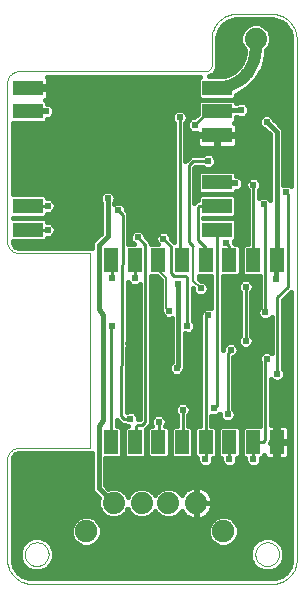
<source format=gbl>
G75*
%MOIN*%
%OFA0B0*%
%FSLAX24Y24*%
%IPPOS*%
%LPD*%
%AMOC8*
5,1,8,0,0,1.08239X$1,22.5*
%
%ADD10C,0.0000*%
%ADD11C,0.0740*%
%ADD12C,0.0748*%
%ADD13R,0.0472X0.0787*%
%ADD14R,0.1000X0.0500*%
%ADD15C,0.0240*%
%ADD16C,0.0100*%
%ADD17C,0.0080*%
%ADD18C,0.0160*%
%ADD19C,0.0400*%
D10*
X003031Y003256D02*
X003031Y006602D01*
X003033Y006641D01*
X003039Y006679D01*
X003048Y006716D01*
X003061Y006753D01*
X003078Y006788D01*
X003097Y006821D01*
X003120Y006852D01*
X003146Y006881D01*
X003175Y006907D01*
X003206Y006930D01*
X003239Y006949D01*
X003274Y006966D01*
X003311Y006979D01*
X003348Y006988D01*
X003386Y006994D01*
X003425Y006996D01*
X005787Y006996D01*
X005787Y013492D01*
X003425Y013492D01*
X003425Y013491D02*
X003386Y013493D01*
X003348Y013499D01*
X003311Y013508D01*
X003274Y013521D01*
X003239Y013538D01*
X003206Y013557D01*
X003175Y013580D01*
X003146Y013606D01*
X003120Y013635D01*
X003097Y013666D01*
X003078Y013699D01*
X003061Y013734D01*
X003048Y013771D01*
X003039Y013808D01*
X003033Y013846D01*
X003031Y013885D01*
X003031Y019161D01*
X003033Y019200D01*
X003039Y019238D01*
X003048Y019275D01*
X003061Y019312D01*
X003078Y019347D01*
X003097Y019380D01*
X003120Y019411D01*
X003146Y019440D01*
X003175Y019466D01*
X003206Y019489D01*
X003239Y019508D01*
X003274Y019525D01*
X003311Y019538D01*
X003348Y019547D01*
X003386Y019553D01*
X003425Y019555D01*
X009645Y019555D01*
X009671Y019557D01*
X009696Y019562D01*
X009720Y019570D01*
X009744Y019581D01*
X009765Y019596D01*
X009784Y019613D01*
X009801Y019632D01*
X009816Y019654D01*
X009827Y019677D01*
X009835Y019701D01*
X009840Y019726D01*
X009842Y019752D01*
X009842Y020578D01*
X010630Y021466D02*
X011889Y021466D01*
X011944Y021460D01*
X011998Y021452D01*
X012051Y021440D01*
X012104Y021424D01*
X012156Y021405D01*
X012206Y021383D01*
X012254Y021357D01*
X012301Y021328D01*
X012346Y021297D01*
X012389Y021262D01*
X012429Y021225D01*
X012467Y021185D01*
X012502Y021143D01*
X012534Y021098D01*
X012563Y021052D01*
X012589Y021003D01*
X012612Y020954D01*
X012632Y020902D01*
X012648Y020850D01*
X012661Y020796D01*
X012670Y020742D01*
X012676Y020688D01*
X012678Y020633D01*
X012677Y020578D01*
X012677Y003256D01*
X012676Y003256D02*
X012674Y003202D01*
X012669Y003149D01*
X012660Y003096D01*
X012647Y003044D01*
X012631Y002992D01*
X012611Y002942D01*
X012588Y002894D01*
X012561Y002847D01*
X012532Y002802D01*
X012499Y002759D01*
X012464Y002719D01*
X012426Y002681D01*
X012386Y002646D01*
X012343Y002613D01*
X012298Y002584D01*
X012251Y002557D01*
X012203Y002534D01*
X012153Y002514D01*
X012101Y002498D01*
X012049Y002485D01*
X011996Y002476D01*
X011943Y002471D01*
X011889Y002469D01*
X011889Y002468D02*
X003819Y002468D01*
X003819Y002469D02*
X003765Y002471D01*
X003712Y002476D01*
X003659Y002485D01*
X003607Y002498D01*
X003555Y002514D01*
X003505Y002534D01*
X003457Y002557D01*
X003410Y002584D01*
X003365Y002613D01*
X003322Y002646D01*
X003282Y002681D01*
X003244Y002719D01*
X003209Y002759D01*
X003176Y002802D01*
X003147Y002847D01*
X003120Y002894D01*
X003097Y002942D01*
X003077Y002992D01*
X003061Y003044D01*
X003048Y003096D01*
X003039Y003149D01*
X003034Y003202D01*
X003032Y003256D01*
X003621Y003452D02*
X003623Y003491D01*
X003629Y003530D01*
X003639Y003568D01*
X003652Y003605D01*
X003669Y003640D01*
X003689Y003674D01*
X003713Y003705D01*
X003740Y003734D01*
X003769Y003760D01*
X003801Y003783D01*
X003835Y003803D01*
X003871Y003819D01*
X003908Y003831D01*
X003947Y003840D01*
X003986Y003845D01*
X004025Y003846D01*
X004064Y003843D01*
X004103Y003836D01*
X004140Y003825D01*
X004177Y003811D01*
X004212Y003793D01*
X004245Y003772D01*
X004276Y003747D01*
X004304Y003720D01*
X004329Y003690D01*
X004351Y003657D01*
X004370Y003623D01*
X004385Y003587D01*
X004397Y003549D01*
X004405Y003511D01*
X004409Y003472D01*
X004409Y003432D01*
X004405Y003393D01*
X004397Y003355D01*
X004385Y003317D01*
X004370Y003281D01*
X004351Y003247D01*
X004329Y003214D01*
X004304Y003184D01*
X004276Y003157D01*
X004245Y003132D01*
X004212Y003111D01*
X004177Y003093D01*
X004140Y003079D01*
X004103Y003068D01*
X004064Y003061D01*
X004025Y003058D01*
X003986Y003059D01*
X003947Y003064D01*
X003908Y003073D01*
X003871Y003085D01*
X003835Y003101D01*
X003801Y003121D01*
X003769Y003144D01*
X003740Y003170D01*
X003713Y003199D01*
X003689Y003230D01*
X003669Y003264D01*
X003652Y003299D01*
X003639Y003336D01*
X003629Y003374D01*
X003623Y003413D01*
X003621Y003452D01*
X011299Y003452D02*
X011301Y003491D01*
X011307Y003530D01*
X011317Y003568D01*
X011330Y003605D01*
X011347Y003640D01*
X011367Y003674D01*
X011391Y003705D01*
X011418Y003734D01*
X011447Y003760D01*
X011479Y003783D01*
X011513Y003803D01*
X011549Y003819D01*
X011586Y003831D01*
X011625Y003840D01*
X011664Y003845D01*
X011703Y003846D01*
X011742Y003843D01*
X011781Y003836D01*
X011818Y003825D01*
X011855Y003811D01*
X011890Y003793D01*
X011923Y003772D01*
X011954Y003747D01*
X011982Y003720D01*
X012007Y003690D01*
X012029Y003657D01*
X012048Y003623D01*
X012063Y003587D01*
X012075Y003549D01*
X012083Y003511D01*
X012087Y003472D01*
X012087Y003432D01*
X012083Y003393D01*
X012075Y003355D01*
X012063Y003317D01*
X012048Y003281D01*
X012029Y003247D01*
X012007Y003214D01*
X011982Y003184D01*
X011954Y003157D01*
X011923Y003132D01*
X011890Y003111D01*
X011855Y003093D01*
X011818Y003079D01*
X011781Y003068D01*
X011742Y003061D01*
X011703Y003058D01*
X011664Y003059D01*
X011625Y003064D01*
X011586Y003073D01*
X011549Y003085D01*
X011513Y003101D01*
X011479Y003121D01*
X011447Y003144D01*
X011418Y003170D01*
X011391Y003199D01*
X011367Y003230D01*
X011347Y003264D01*
X011330Y003299D01*
X011317Y003336D01*
X011307Y003374D01*
X011301Y003413D01*
X011299Y003452D01*
X009842Y020578D02*
X009841Y020633D01*
X009843Y020688D01*
X009849Y020742D01*
X009858Y020796D01*
X009871Y020850D01*
X009887Y020902D01*
X009907Y020954D01*
X009930Y021003D01*
X009956Y021052D01*
X009985Y021098D01*
X010017Y021143D01*
X010052Y021185D01*
X010090Y021225D01*
X010130Y021262D01*
X010173Y021297D01*
X010218Y021328D01*
X010265Y021357D01*
X010313Y021383D01*
X010363Y021405D01*
X010415Y021424D01*
X010468Y021440D01*
X010521Y021452D01*
X010575Y021460D01*
X010630Y021466D01*
D11*
X011313Y020636D03*
X009330Y005161D03*
X008396Y005161D03*
X007509Y005161D03*
X006574Y005161D03*
D12*
X005669Y004216D03*
X010236Y004216D03*
D13*
X010433Y007185D03*
X011220Y007185D03*
X012008Y007185D03*
X009645Y007185D03*
X008858Y007185D03*
X008071Y007185D03*
X007283Y007185D03*
X006496Y007185D03*
X006496Y013248D03*
X007283Y013248D03*
X008071Y013248D03*
X008858Y013248D03*
X009645Y013248D03*
X010433Y013248D03*
X011220Y013248D03*
X012008Y013248D03*
D14*
X010022Y014275D03*
X010022Y015062D03*
X010022Y015850D03*
X010022Y017424D03*
X010022Y018212D03*
X010022Y018999D03*
X003723Y018999D03*
X003723Y018212D03*
X003723Y015062D03*
X003723Y014275D03*
D15*
X004381Y014262D03*
X004803Y013885D03*
X005590Y013885D03*
X006531Y012662D03*
X007281Y012662D03*
X007231Y011312D03*
X006531Y011062D03*
X007081Y009212D03*
X007131Y007962D03*
X008081Y007862D03*
X008149Y008767D03*
X008681Y009662D03*
X008149Y010539D03*
X008431Y011562D03*
X008731Y012462D03*
X009481Y012312D03*
X009731Y011412D03*
X009031Y011062D03*
X010511Y010933D03*
X010481Y010262D03*
X010981Y010562D03*
X011496Y010933D03*
X011631Y011512D03*
X012283Y011720D03*
X012283Y011130D03*
X011681Y009962D03*
X012031Y009462D03*
X012283Y008964D03*
X012283Y008374D03*
X011231Y006612D03*
X010431Y006612D03*
X010118Y006208D03*
X009527Y006208D03*
X009631Y006612D03*
X008937Y006208D03*
X008346Y006208D03*
X007756Y006208D03*
X007165Y006208D03*
X006574Y006208D03*
X008881Y008262D03*
X009931Y008312D03*
X010381Y008112D03*
X010905Y009161D03*
X012283Y006405D03*
X012283Y005815D03*
X012283Y005224D03*
X012283Y004633D03*
X012283Y004043D03*
X010981Y012362D03*
X010331Y013812D03*
X010631Y015812D03*
X010400Y016669D03*
X009731Y016562D03*
X009281Y017762D03*
X008781Y018012D03*
X008543Y019200D03*
X009134Y019200D03*
X009983Y019475D03*
X010383Y019525D03*
X010683Y019825D03*
X010833Y020225D03*
X010718Y020825D03*
X010968Y021125D03*
X011368Y021225D03*
X011718Y021075D03*
X011918Y020725D03*
X011833Y020325D03*
X011783Y019885D03*
X011583Y019494D03*
X011383Y019154D03*
X011118Y018894D03*
X010831Y018262D03*
X010768Y018685D03*
X011681Y017862D03*
X011581Y017062D03*
X011231Y015762D03*
X011581Y015112D03*
X012331Y015512D03*
X011981Y012612D03*
X008231Y013962D03*
X007381Y014012D03*
X006731Y014912D03*
X006381Y015312D03*
X006378Y015854D03*
X005787Y015657D03*
X005197Y015657D03*
X004606Y015657D03*
X004381Y015062D03*
X004015Y015657D03*
X004015Y016641D03*
X004015Y017626D03*
X004331Y018212D03*
X004606Y019200D03*
X005197Y019200D03*
X005787Y019200D03*
X006378Y019200D03*
X006968Y019200D03*
X007559Y019200D03*
X003425Y015657D03*
X003425Y006602D03*
X003425Y006011D03*
D16*
X006496Y007185D02*
X006496Y011027D01*
X006531Y011062D01*
X006531Y012662D02*
X006531Y013213D01*
X006496Y013248D01*
X007281Y013246D02*
X007281Y012662D01*
X007281Y013246D02*
X007283Y013248D01*
X007631Y013762D02*
X007631Y007862D01*
X007531Y007762D01*
X007381Y007762D01*
X007331Y007712D01*
X007331Y007233D01*
X007283Y007185D01*
X007131Y007962D02*
X006931Y007962D01*
X006831Y008062D01*
X006881Y014762D01*
X006731Y014912D01*
X007381Y014012D02*
X007631Y013762D01*
X008231Y013962D02*
X008481Y013712D01*
X008481Y012812D01*
X008581Y012712D01*
X008981Y012712D01*
X009031Y012662D01*
X009031Y011162D01*
X009031Y011062D01*
X009645Y011326D02*
X009731Y011412D01*
X009645Y011326D02*
X009645Y007185D01*
X009645Y006626D01*
X009631Y006612D01*
X008881Y007208D02*
X008858Y007185D01*
X008881Y007208D02*
X008881Y008262D01*
X008081Y007862D02*
X008081Y007196D01*
X008071Y007185D01*
X009931Y008312D02*
X010022Y008403D01*
X010022Y014275D01*
X010331Y013812D02*
X010431Y013712D01*
X010431Y013512D01*
X010431Y013250D01*
X010433Y013248D01*
X010981Y012362D02*
X010981Y010562D01*
X010481Y010262D02*
X010381Y010162D01*
X010381Y008112D01*
X010433Y007185D02*
X010433Y006614D01*
X010431Y006612D01*
X011220Y006623D02*
X011231Y006612D01*
X011220Y006623D02*
X011220Y007185D01*
X011554Y007185D01*
X011631Y007262D01*
X011631Y009912D01*
X011681Y009962D01*
X012031Y009462D02*
X012031Y012012D01*
X012381Y012362D01*
X012381Y015462D01*
X012331Y015512D01*
X011581Y015112D02*
X011631Y015012D01*
X011631Y011512D01*
X011220Y013248D02*
X011231Y013259D01*
X011231Y015762D01*
X010631Y015812D02*
X010594Y015850D01*
X010022Y015850D01*
X010022Y015062D02*
X009431Y015062D01*
X009381Y015012D01*
X009381Y013912D01*
X009645Y013648D01*
X009645Y013248D01*
X009231Y013712D02*
X009081Y013862D01*
X009081Y016412D01*
X009231Y016562D01*
X009731Y016562D01*
X009281Y017762D02*
X009731Y018212D01*
X010022Y018212D01*
X008781Y018012D02*
X008781Y013325D01*
X008858Y013248D01*
X004381Y014262D02*
X004369Y014275D01*
X004119Y014275D01*
X003723Y014275D01*
X003723Y015062D02*
X004381Y015062D01*
X004331Y018212D02*
X003723Y018212D01*
X004331Y018212D02*
X004331Y018212D01*
D17*
X008071Y013248D02*
X008071Y012923D01*
X008331Y012662D01*
X008331Y011662D01*
X008431Y011562D01*
X009231Y012562D02*
X009481Y012312D01*
X009231Y012562D02*
X009231Y013712D01*
D18*
X009571Y014665D02*
X009571Y014672D01*
X010580Y014672D01*
X010662Y014754D01*
X010662Y015370D01*
X010580Y015452D01*
X009464Y015452D01*
X009382Y015370D01*
X009382Y015252D01*
X009352Y015252D01*
X009271Y015171D01*
X009271Y016334D01*
X009310Y016372D01*
X009553Y016372D01*
X009584Y016342D01*
X009679Y016302D01*
X009783Y016302D01*
X009878Y016342D01*
X009952Y016415D01*
X009991Y016510D01*
X009991Y016614D01*
X009952Y016709D01*
X009878Y016783D01*
X009783Y016822D01*
X009679Y016822D01*
X009584Y016783D01*
X009553Y016752D01*
X009152Y016752D01*
X009041Y016641D01*
X008971Y016571D01*
X008971Y017835D01*
X009002Y017865D01*
X009041Y017960D01*
X009041Y018064D01*
X009002Y018159D01*
X008928Y018233D01*
X008833Y018272D01*
X008729Y018272D01*
X008634Y018233D01*
X008561Y018159D01*
X008521Y018064D01*
X008521Y017960D01*
X008561Y017865D01*
X008591Y017835D01*
X008591Y013871D01*
X008491Y013971D01*
X008491Y014014D01*
X008452Y014109D01*
X008378Y014183D01*
X008283Y014222D01*
X008179Y014222D01*
X008084Y014183D01*
X008011Y014109D01*
X007971Y014014D01*
X007971Y013910D01*
X008011Y013815D01*
X008044Y013782D01*
X007821Y013782D01*
X007821Y013841D01*
X007710Y013952D01*
X007641Y014021D01*
X007641Y014064D01*
X007602Y014159D01*
X007528Y014233D01*
X007433Y014272D01*
X007329Y014272D01*
X007234Y014233D01*
X007161Y014159D01*
X007121Y014064D01*
X007121Y013960D01*
X007161Y013865D01*
X007234Y013792D01*
X007258Y013782D01*
X007064Y013782D01*
X007071Y014683D01*
X007071Y014684D01*
X007071Y014762D01*
X007072Y014839D01*
X007071Y014840D01*
X007071Y014841D01*
X007016Y014896D01*
X006991Y014921D01*
X006991Y014964D01*
X006952Y015059D01*
X006878Y015133D01*
X006783Y015172D01*
X006679Y015172D01*
X006601Y015140D01*
X006601Y015165D01*
X006602Y015165D01*
X006641Y015260D01*
X006641Y015364D01*
X006602Y015459D01*
X006528Y015533D01*
X006433Y015572D01*
X006329Y015572D01*
X006234Y015533D01*
X006161Y015459D01*
X006121Y015364D01*
X006121Y015260D01*
X006161Y015165D01*
X006161Y015165D01*
X006161Y014153D01*
X005990Y013982D01*
X005861Y013853D01*
X005861Y013672D01*
X003425Y013672D01*
X003383Y013676D01*
X003306Y013708D01*
X003247Y013767D01*
X003215Y013844D01*
X003211Y013885D01*
X004281Y013885D01*
X004363Y013967D01*
X004363Y014002D01*
X004433Y014002D01*
X004528Y014042D01*
X004602Y014115D01*
X004641Y014210D01*
X004641Y014314D01*
X004602Y014409D01*
X004528Y014483D01*
X004433Y014522D01*
X004363Y014522D01*
X004363Y014583D01*
X004281Y014665D01*
X003211Y014665D01*
X003211Y014672D01*
X004281Y014672D01*
X004363Y014754D01*
X004363Y014802D01*
X004433Y014802D01*
X004528Y014842D01*
X004602Y014915D01*
X004641Y015010D01*
X004641Y015114D01*
X004602Y015209D01*
X004528Y015283D01*
X004433Y015322D01*
X004363Y015322D01*
X004363Y015370D01*
X004281Y015452D01*
X003211Y015452D01*
X003211Y017822D01*
X004281Y017822D01*
X004363Y017904D01*
X004363Y017952D01*
X004383Y017952D01*
X004478Y017992D01*
X004552Y018065D01*
X004591Y018160D01*
X004591Y018264D01*
X004552Y018359D01*
X004478Y018433D01*
X004383Y018472D01*
X004363Y018472D01*
X004363Y018520D01*
X004298Y018585D01*
X004333Y018605D01*
X004367Y018639D01*
X004391Y018680D01*
X004403Y018726D01*
X004403Y018954D01*
X003768Y018954D01*
X003768Y019044D01*
X004403Y019044D01*
X004403Y019273D01*
X004391Y019319D01*
X004367Y019360D01*
X004352Y019375D01*
X009450Y019375D01*
X009382Y019307D01*
X009382Y018691D01*
X009464Y018609D01*
X010580Y018609D01*
X010662Y018691D01*
X010662Y018776D01*
X011023Y018985D01*
X011023Y018985D01*
X011327Y019289D01*
X011542Y019660D01*
X011542Y019660D01*
X011653Y020075D01*
X011653Y020255D01*
X011745Y020347D01*
X011823Y020535D01*
X011823Y020738D01*
X011745Y020925D01*
X011602Y021069D01*
X011414Y021146D01*
X011211Y021146D01*
X011024Y021069D01*
X010880Y020925D01*
X010803Y020738D01*
X010803Y020535D01*
X010880Y020347D01*
X010971Y020257D01*
X010965Y020166D01*
X010900Y019926D01*
X010776Y019711D01*
X010601Y019536D01*
X010386Y019412D01*
X010302Y019389D01*
X009771Y019389D01*
X009921Y019476D01*
X010022Y019651D01*
X010022Y020510D01*
X010026Y020515D01*
X010022Y020584D01*
X010022Y020606D01*
X010024Y020692D01*
X010076Y020892D01*
X010187Y021066D01*
X010346Y021197D01*
X010538Y021272D01*
X010638Y021286D01*
X011881Y021286D01*
X011981Y021272D01*
X012173Y021197D01*
X012332Y021066D01*
X012443Y020892D01*
X012495Y020692D01*
X012497Y020606D01*
X012497Y020584D01*
X012493Y020515D01*
X012497Y020510D01*
X012497Y015714D01*
X012478Y015733D01*
X012383Y015772D01*
X012279Y015772D01*
X012228Y015751D01*
X012228Y017627D01*
X011941Y017913D01*
X011941Y017914D01*
X011902Y018009D01*
X011828Y018083D01*
X011733Y018122D01*
X011629Y018122D01*
X011534Y018083D01*
X011461Y018009D01*
X011421Y017914D01*
X011421Y017810D01*
X011461Y017715D01*
X011534Y017642D01*
X011629Y017602D01*
X011630Y017602D01*
X011788Y017445D01*
X011788Y015274D01*
X011728Y015333D01*
X011633Y015372D01*
X011529Y015372D01*
X011434Y015333D01*
X011421Y015320D01*
X011421Y015585D01*
X011452Y015615D01*
X011491Y015710D01*
X011491Y015814D01*
X011452Y015909D01*
X011378Y015983D01*
X011283Y016022D01*
X011179Y016022D01*
X011084Y015983D01*
X011011Y015909D01*
X010971Y015814D01*
X010971Y015710D01*
X011011Y015615D01*
X011041Y015585D01*
X011041Y013782D01*
X010926Y013782D01*
X010844Y013700D01*
X010844Y012796D01*
X010926Y012714D01*
X011441Y012714D01*
X011441Y011690D01*
X011411Y011659D01*
X011371Y011564D01*
X011371Y011460D01*
X011411Y011365D01*
X011484Y011292D01*
X011579Y011252D01*
X011683Y011252D01*
X011778Y011292D01*
X011841Y011355D01*
X011841Y010170D01*
X011828Y010183D01*
X011733Y010222D01*
X011629Y010222D01*
X011534Y010183D01*
X011461Y010109D01*
X011421Y010014D01*
X011421Y009910D01*
X011441Y009862D01*
X011441Y007719D01*
X010926Y007719D01*
X010844Y007637D01*
X010844Y006733D01*
X010926Y006651D01*
X010971Y006651D01*
X010971Y006560D01*
X011011Y006465D01*
X011084Y006392D01*
X011179Y006352D01*
X011283Y006352D01*
X011378Y006392D01*
X011452Y006465D01*
X011491Y006560D01*
X011491Y006651D01*
X011514Y006651D01*
X011596Y006733D01*
X011596Y006749D01*
X011604Y006722D01*
X011627Y006681D01*
X011661Y006647D01*
X011702Y006624D01*
X011748Y006611D01*
X011969Y006611D01*
X011969Y007147D01*
X011785Y007147D01*
X011821Y007184D01*
X011821Y007223D01*
X011969Y007223D01*
X011969Y007147D01*
X012046Y007147D01*
X012046Y007223D01*
X012424Y007223D01*
X012424Y007602D01*
X012411Y007648D01*
X012388Y007689D01*
X012354Y007723D01*
X012313Y007746D01*
X012267Y007759D01*
X012046Y007759D01*
X012046Y007223D01*
X011969Y007223D01*
X011969Y007759D01*
X011821Y007759D01*
X011821Y009305D01*
X011884Y009242D01*
X011979Y009202D01*
X012083Y009202D01*
X012178Y009242D01*
X012252Y009315D01*
X012291Y009410D01*
X012291Y009514D01*
X012252Y009609D01*
X012221Y009640D01*
X012221Y011934D01*
X012460Y012172D01*
X012497Y012209D01*
X012497Y003256D01*
X012489Y003160D01*
X012431Y002980D01*
X012319Y002826D01*
X012165Y002714D01*
X011984Y002656D01*
X011889Y002648D01*
X003819Y002648D01*
X003724Y002656D01*
X003543Y002714D01*
X003389Y002826D01*
X003277Y002980D01*
X003219Y003160D01*
X003211Y003256D01*
X003211Y006602D01*
X003215Y006644D01*
X003247Y006721D01*
X003306Y006780D01*
X003383Y006812D01*
X003425Y006816D01*
X005861Y006816D01*
X005861Y005563D01*
X006093Y005331D01*
X006064Y005262D01*
X006064Y005060D01*
X006142Y004872D01*
X006286Y004729D01*
X006473Y004651D01*
X006676Y004651D01*
X006863Y004729D01*
X007007Y004872D01*
X007042Y004956D01*
X007076Y004872D01*
X007220Y004729D01*
X007407Y004651D01*
X007610Y004651D01*
X007798Y004729D01*
X007941Y004872D01*
X007952Y004900D01*
X007964Y004872D01*
X008107Y004729D01*
X008295Y004651D01*
X008498Y004651D01*
X008685Y004729D01*
X008828Y004872D01*
X008843Y004907D01*
X008860Y004873D01*
X008911Y004803D01*
X008972Y004742D01*
X009042Y004691D01*
X009119Y004651D01*
X009202Y004625D01*
X009287Y004611D01*
X009320Y004611D01*
X009320Y005151D01*
X009340Y005151D01*
X009340Y004611D01*
X009374Y004611D01*
X009459Y004625D01*
X009542Y004651D01*
X009619Y004691D01*
X009689Y004742D01*
X009750Y004803D01*
X009801Y004873D01*
X009840Y004950D01*
X009867Y005032D01*
X009880Y005118D01*
X009880Y005151D01*
X009340Y005151D01*
X009340Y005171D01*
X009320Y005171D01*
X009320Y005711D01*
X009287Y005711D01*
X009202Y005697D01*
X009119Y005671D01*
X009042Y005631D01*
X008972Y005581D01*
X008911Y005519D01*
X008860Y005449D01*
X008843Y005415D01*
X008828Y005450D01*
X008685Y005593D01*
X008498Y005671D01*
X008295Y005671D01*
X008107Y005593D01*
X007964Y005450D01*
X007952Y005423D01*
X007941Y005450D01*
X007798Y005593D01*
X007610Y005671D01*
X007407Y005671D01*
X007220Y005593D01*
X007076Y005450D01*
X007042Y005366D01*
X007007Y005450D01*
X006863Y005593D01*
X006676Y005671D01*
X006473Y005671D01*
X006404Y005642D01*
X006301Y005745D01*
X006301Y006651D01*
X006790Y006651D01*
X006872Y006733D01*
X006872Y007637D01*
X006790Y007719D01*
X006686Y007719D01*
X006686Y007939D01*
X006696Y007928D01*
X006751Y007873D01*
X006752Y007873D01*
X006852Y007772D01*
X006953Y007772D01*
X006984Y007742D01*
X007040Y007719D01*
X006989Y007719D01*
X006907Y007637D01*
X006907Y006733D01*
X006989Y006651D01*
X007577Y006651D01*
X007659Y006733D01*
X007659Y007622D01*
X007721Y007684D01*
X007821Y007784D01*
X007821Y012714D01*
X008024Y012714D01*
X008151Y012588D01*
X008151Y011588D01*
X008171Y011568D01*
X008171Y011510D01*
X008211Y011415D01*
X008284Y011342D01*
X008379Y011302D01*
X008483Y011302D01*
X008511Y011314D01*
X008511Y009860D01*
X008461Y009809D01*
X008421Y009714D01*
X008421Y009610D01*
X008461Y009515D01*
X008534Y009442D01*
X008629Y009402D01*
X008733Y009402D01*
X008828Y009442D01*
X008902Y009515D01*
X008941Y009610D01*
X008941Y009611D01*
X008951Y009621D01*
X008951Y010814D01*
X008979Y010802D01*
X009083Y010802D01*
X009178Y010842D01*
X009252Y010915D01*
X009291Y011010D01*
X009291Y011114D01*
X009252Y011209D01*
X009221Y011240D01*
X009221Y012318D01*
X009221Y012318D01*
X009221Y012260D01*
X009261Y012165D01*
X009334Y012092D01*
X009429Y012052D01*
X009533Y012052D01*
X009628Y012092D01*
X009702Y012165D01*
X009741Y012260D01*
X009741Y012364D01*
X009702Y012459D01*
X009628Y012533D01*
X009533Y012572D01*
X009476Y012572D01*
X009411Y012637D01*
X009411Y012714D01*
X009832Y012714D01*
X009832Y011652D01*
X009783Y011672D01*
X009679Y011672D01*
X009584Y011633D01*
X009511Y011559D01*
X009471Y011464D01*
X009471Y011421D01*
X009455Y011405D01*
X009455Y007719D01*
X009351Y007719D01*
X009269Y007637D01*
X009269Y006733D01*
X009351Y006651D01*
X009371Y006651D01*
X009371Y006560D01*
X009411Y006465D01*
X009484Y006392D01*
X009579Y006352D01*
X009683Y006352D01*
X009778Y006392D01*
X009852Y006465D01*
X009891Y006560D01*
X009891Y006651D01*
X009940Y006651D01*
X010022Y006733D01*
X010022Y007637D01*
X009940Y007719D01*
X009835Y007719D01*
X009835Y008070D01*
X009879Y008052D01*
X009983Y008052D01*
X010078Y008092D01*
X010121Y008135D01*
X010121Y008060D01*
X010161Y007965D01*
X010234Y007892D01*
X010329Y007852D01*
X010433Y007852D01*
X010528Y007892D01*
X010602Y007965D01*
X010641Y008060D01*
X010641Y008164D01*
X010602Y008259D01*
X010571Y008290D01*
X010571Y010018D01*
X010628Y010042D01*
X010702Y010115D01*
X010741Y010210D01*
X010741Y010314D01*
X010702Y010409D01*
X010628Y010483D01*
X010533Y010522D01*
X010429Y010522D01*
X010334Y010483D01*
X010261Y010409D01*
X010221Y010314D01*
X010221Y010271D01*
X010212Y010262D01*
X010212Y012714D01*
X010727Y012714D01*
X010809Y012796D01*
X010809Y013700D01*
X010727Y013782D01*
X010621Y013782D01*
X010621Y013791D01*
X010591Y013821D01*
X010591Y013864D01*
X010582Y013887D01*
X010662Y013967D01*
X010662Y014583D01*
X010580Y014665D01*
X009571Y014665D01*
X009345Y015245D02*
X009271Y015245D01*
X009271Y015404D02*
X009416Y015404D01*
X009464Y015460D02*
X009382Y015542D01*
X009382Y016158D01*
X009464Y016240D01*
X010580Y016240D01*
X010662Y016158D01*
X010662Y016072D01*
X010683Y016072D01*
X010778Y016033D01*
X010852Y015959D01*
X010891Y015864D01*
X010891Y015760D01*
X010852Y015665D01*
X010778Y015592D01*
X010683Y015552D01*
X010662Y015552D01*
X010662Y015542D01*
X010580Y015460D01*
X009464Y015460D01*
X009382Y015562D02*
X009271Y015562D01*
X009271Y015721D02*
X009382Y015721D01*
X009382Y015879D02*
X009271Y015879D01*
X009271Y016038D02*
X009382Y016038D01*
X009421Y016196D02*
X009271Y016196D01*
X009292Y016355D02*
X009571Y016355D01*
X009891Y016355D02*
X011788Y016355D01*
X011788Y016513D02*
X009991Y016513D01*
X009967Y016672D02*
X011788Y016672D01*
X011788Y016830D02*
X008971Y016830D01*
X008971Y016672D02*
X009072Y016672D01*
X008971Y016989D02*
X011788Y016989D01*
X011788Y017147D02*
X010701Y017147D01*
X010702Y017151D02*
X010702Y017379D01*
X010067Y017379D01*
X010067Y016994D01*
X010546Y016994D01*
X010592Y017007D01*
X010633Y017030D01*
X010666Y017064D01*
X010690Y017105D01*
X010702Y017151D01*
X010702Y017306D02*
X011788Y017306D01*
X011768Y017464D02*
X010067Y017464D01*
X010067Y017469D02*
X010702Y017469D01*
X010702Y017698D01*
X010690Y017744D01*
X010666Y017785D01*
X010633Y017818D01*
X010597Y017839D01*
X010662Y017904D01*
X010662Y018042D01*
X010683Y018042D01*
X010684Y018042D01*
X010779Y018002D01*
X010883Y018002D01*
X010978Y018042D01*
X011052Y018115D01*
X011091Y018210D01*
X011091Y018314D01*
X011052Y018409D01*
X010978Y018483D01*
X010883Y018522D01*
X010779Y018522D01*
X010684Y018483D01*
X010683Y018482D01*
X010662Y018482D01*
X010662Y018520D01*
X010580Y018602D01*
X009464Y018602D01*
X009382Y018520D01*
X009382Y018132D01*
X009272Y018022D01*
X009229Y018022D01*
X009134Y017983D01*
X009061Y017909D01*
X009021Y017814D01*
X009021Y017710D01*
X009061Y017615D01*
X009134Y017542D01*
X009229Y017502D01*
X009333Y017502D01*
X009342Y017506D01*
X009342Y017469D01*
X009977Y017469D01*
X009977Y017379D01*
X010067Y017379D01*
X010067Y017469D01*
X009977Y017464D02*
X008971Y017464D01*
X008971Y017306D02*
X009342Y017306D01*
X009342Y017379D02*
X009342Y017151D01*
X009354Y017105D01*
X009378Y017064D01*
X009412Y017030D01*
X009453Y017007D01*
X009498Y016994D01*
X009977Y016994D01*
X009977Y017379D01*
X009342Y017379D01*
X009343Y017147D02*
X008971Y017147D01*
X008591Y017147D02*
X003211Y017147D01*
X003211Y016989D02*
X008591Y016989D01*
X008591Y016830D02*
X003211Y016830D01*
X003211Y016672D02*
X008591Y016672D01*
X008591Y016513D02*
X003211Y016513D01*
X003211Y016355D02*
X008591Y016355D01*
X008591Y016196D02*
X003211Y016196D01*
X003211Y016038D02*
X008591Y016038D01*
X008591Y015879D02*
X003211Y015879D01*
X003211Y015721D02*
X008591Y015721D01*
X008591Y015562D02*
X006457Y015562D01*
X006305Y015562D02*
X003211Y015562D01*
X003226Y013819D02*
X005861Y013819D01*
X005985Y013977D02*
X004363Y013977D01*
X004610Y014136D02*
X006144Y014136D01*
X006161Y014294D02*
X004641Y014294D01*
X004558Y014453D02*
X006161Y014453D01*
X006161Y014611D02*
X004334Y014611D01*
X004363Y014770D02*
X006161Y014770D01*
X006161Y014928D02*
X004607Y014928D01*
X004641Y015087D02*
X006161Y015087D01*
X006127Y015245D02*
X004566Y015245D01*
X004329Y015404D02*
X006138Y015404D01*
X006381Y015312D02*
X006381Y014062D01*
X006081Y013762D01*
X006081Y011612D01*
X006231Y011412D01*
X006231Y007912D01*
X006081Y007712D01*
X006081Y005654D01*
X006574Y005161D01*
X006919Y004784D02*
X007164Y004784D01*
X007047Y004943D02*
X007036Y004943D01*
X007020Y005418D02*
X007063Y005418D01*
X007203Y005577D02*
X006880Y005577D01*
X006311Y005735D02*
X012497Y005735D01*
X012497Y005577D02*
X009693Y005577D01*
X009689Y005581D02*
X009619Y005631D01*
X009542Y005671D01*
X009459Y005697D01*
X009374Y005711D01*
X009340Y005711D01*
X009340Y005171D01*
X009880Y005171D01*
X009880Y005204D01*
X009867Y005290D01*
X009840Y005372D01*
X009801Y005449D01*
X009750Y005519D01*
X009689Y005581D01*
X009817Y005418D02*
X012497Y005418D01*
X012497Y005260D02*
X009872Y005260D01*
X009878Y005101D02*
X012497Y005101D01*
X012497Y004943D02*
X009836Y004943D01*
X009731Y004784D02*
X012497Y004784D01*
X012497Y004626D02*
X010553Y004626D01*
X010527Y004652D02*
X010672Y004507D01*
X010750Y004318D01*
X010750Y004114D01*
X010672Y003925D01*
X010527Y003780D01*
X010338Y003702D01*
X010134Y003702D01*
X009945Y003780D01*
X009800Y003925D01*
X009722Y004114D01*
X009722Y004318D01*
X009800Y004507D01*
X009945Y004652D01*
X010134Y004730D01*
X010338Y004730D01*
X010527Y004652D01*
X010688Y004467D02*
X012497Y004467D01*
X012497Y004309D02*
X010750Y004309D01*
X010750Y004150D02*
X012497Y004150D01*
X012497Y003992D02*
X011890Y003992D01*
X011807Y004026D02*
X011578Y004026D01*
X011368Y003939D01*
X011206Y003777D01*
X011119Y003566D01*
X011119Y003338D01*
X011206Y003127D01*
X011368Y002966D01*
X011578Y002879D01*
X011807Y002879D01*
X012018Y002966D01*
X012179Y003127D01*
X012266Y003338D01*
X012266Y003566D01*
X012179Y003777D01*
X012018Y003939D01*
X011807Y004026D01*
X011496Y003992D02*
X010699Y003992D01*
X010580Y003833D02*
X011262Y003833D01*
X011164Y003675D02*
X004544Y003675D01*
X004502Y003777D02*
X004589Y003566D01*
X004589Y003338D01*
X004502Y003127D01*
X004340Y002966D01*
X004130Y002879D01*
X003901Y002879D01*
X003690Y002966D01*
X003529Y003127D01*
X003442Y003338D01*
X003442Y003566D01*
X003529Y003777D01*
X003690Y003939D01*
X003901Y004026D01*
X004130Y004026D01*
X004340Y003939D01*
X004502Y003777D01*
X004446Y003833D02*
X005325Y003833D01*
X005378Y003780D02*
X005567Y003702D01*
X005771Y003702D01*
X005960Y003780D01*
X006105Y003925D01*
X006183Y004114D01*
X006183Y004318D01*
X006105Y004507D01*
X005960Y004652D01*
X005771Y004730D01*
X005567Y004730D01*
X005378Y004652D01*
X005233Y004507D01*
X005155Y004318D01*
X005155Y004114D01*
X005233Y003925D01*
X005378Y003780D01*
X005206Y003992D02*
X004212Y003992D01*
X003818Y003992D02*
X003211Y003992D01*
X003211Y004150D02*
X005155Y004150D01*
X005155Y004309D02*
X003211Y004309D01*
X003211Y004467D02*
X005217Y004467D01*
X005352Y004626D02*
X003211Y004626D01*
X003211Y004784D02*
X006230Y004784D01*
X006113Y004943D02*
X003211Y004943D01*
X003211Y005101D02*
X006064Y005101D01*
X006064Y005260D02*
X003211Y005260D01*
X003211Y005418D02*
X006006Y005418D01*
X005861Y005577D02*
X003211Y005577D01*
X003211Y005735D02*
X005861Y005735D01*
X005861Y005894D02*
X003211Y005894D01*
X003211Y006052D02*
X005861Y006052D01*
X005861Y006211D02*
X003211Y006211D01*
X003211Y006369D02*
X005861Y006369D01*
X005861Y006528D02*
X003211Y006528D01*
X003233Y006686D02*
X005861Y006686D01*
X006301Y006528D02*
X009385Y006528D01*
X009316Y006686D02*
X009187Y006686D01*
X009152Y006651D02*
X009234Y006733D01*
X009234Y007637D01*
X009152Y007719D01*
X009071Y007719D01*
X009071Y008085D01*
X009102Y008115D01*
X009141Y008210D01*
X009141Y008314D01*
X009102Y008409D01*
X009028Y008483D01*
X008933Y008522D01*
X008829Y008522D01*
X008734Y008483D01*
X008661Y008409D01*
X008621Y008314D01*
X008621Y008210D01*
X008661Y008115D01*
X008691Y008085D01*
X008691Y007719D01*
X008564Y007719D01*
X008482Y007637D01*
X008446Y007637D01*
X008447Y007637D02*
X008365Y007719D01*
X008303Y007719D01*
X008341Y007810D01*
X008341Y007914D01*
X008302Y008009D01*
X008228Y008083D01*
X008133Y008122D01*
X008029Y008122D01*
X007934Y008083D01*
X007861Y008009D01*
X007821Y007914D01*
X007821Y007810D01*
X007859Y007719D01*
X007776Y007719D01*
X007694Y007637D01*
X007694Y006733D01*
X007776Y006651D01*
X008365Y006651D01*
X008447Y006733D01*
X008447Y007637D01*
X008482Y007637D02*
X008482Y006733D01*
X008564Y006651D01*
X009152Y006651D01*
X009234Y006845D02*
X009269Y006845D01*
X009269Y007003D02*
X009234Y007003D01*
X009234Y007162D02*
X009269Y007162D01*
X009269Y007320D02*
X009234Y007320D01*
X009234Y007479D02*
X009269Y007479D01*
X009270Y007637D02*
X009234Y007637D01*
X009071Y007796D02*
X009455Y007796D01*
X009455Y007954D02*
X009071Y007954D01*
X009099Y008113D02*
X009455Y008113D01*
X009455Y008271D02*
X009141Y008271D01*
X009081Y008430D02*
X009455Y008430D01*
X009455Y008588D02*
X007821Y008588D01*
X007821Y008430D02*
X008681Y008430D01*
X008621Y008271D02*
X007821Y008271D01*
X007821Y008113D02*
X008007Y008113D01*
X008156Y008113D02*
X008663Y008113D01*
X008691Y007954D02*
X008324Y007954D01*
X008335Y007796D02*
X008691Y007796D01*
X008482Y007479D02*
X008447Y007479D01*
X008447Y007320D02*
X008482Y007320D01*
X008482Y007162D02*
X008447Y007162D01*
X008447Y007003D02*
X008482Y007003D01*
X008482Y006845D02*
X008447Y006845D01*
X008400Y006686D02*
X008529Y006686D01*
X008702Y005577D02*
X008968Y005577D01*
X008844Y005418D02*
X008842Y005418D01*
X008929Y004784D02*
X008741Y004784D01*
X009198Y004626D02*
X005986Y004626D01*
X006121Y004467D02*
X009784Y004467D01*
X009722Y004309D02*
X006183Y004309D01*
X006183Y004150D02*
X009722Y004150D01*
X009772Y003992D02*
X006132Y003992D01*
X006013Y003833D02*
X009892Y003833D01*
X009919Y004626D02*
X009463Y004626D01*
X009340Y004626D02*
X009320Y004626D01*
X009320Y004784D02*
X009340Y004784D01*
X009340Y004943D02*
X009320Y004943D01*
X009320Y005101D02*
X009340Y005101D01*
X009340Y005260D02*
X009320Y005260D01*
X009320Y005418D02*
X009340Y005418D01*
X009340Y005577D02*
X009320Y005577D01*
X009538Y006369D02*
X006301Y006369D01*
X006301Y006211D02*
X012497Y006211D01*
X012497Y006369D02*
X011324Y006369D01*
X011478Y006528D02*
X012497Y006528D01*
X012497Y006686D02*
X012391Y006686D01*
X012388Y006681D02*
X012411Y006722D01*
X012424Y006768D01*
X012424Y007147D01*
X012046Y007147D01*
X012046Y006611D01*
X012267Y006611D01*
X012313Y006624D01*
X012354Y006647D01*
X012388Y006681D01*
X012424Y006845D02*
X012497Y006845D01*
X012497Y007003D02*
X012424Y007003D01*
X012497Y007162D02*
X012046Y007162D01*
X011969Y007162D02*
X011799Y007162D01*
X011969Y007320D02*
X012046Y007320D01*
X012046Y007479D02*
X011969Y007479D01*
X011969Y007637D02*
X012046Y007637D01*
X011821Y007796D02*
X012497Y007796D01*
X012497Y007954D02*
X011821Y007954D01*
X011821Y008113D02*
X012497Y008113D01*
X012497Y008271D02*
X011821Y008271D01*
X011821Y008430D02*
X012497Y008430D01*
X012497Y008588D02*
X011821Y008588D01*
X011821Y008747D02*
X012497Y008747D01*
X012497Y008905D02*
X011821Y008905D01*
X011821Y009064D02*
X012497Y009064D01*
X012497Y009222D02*
X012131Y009222D01*
X012279Y009381D02*
X012497Y009381D01*
X012497Y009539D02*
X012281Y009539D01*
X012221Y009698D02*
X012497Y009698D01*
X012497Y009856D02*
X012221Y009856D01*
X012221Y010015D02*
X012497Y010015D01*
X012497Y010173D02*
X012221Y010173D01*
X012221Y010332D02*
X012497Y010332D01*
X012497Y010490D02*
X012221Y010490D01*
X012221Y010649D02*
X012497Y010649D01*
X012497Y010807D02*
X012221Y010807D01*
X012221Y010966D02*
X012497Y010966D01*
X012497Y011124D02*
X012221Y011124D01*
X012221Y011283D02*
X012497Y011283D01*
X012497Y011441D02*
X012221Y011441D01*
X012221Y011600D02*
X012497Y011600D01*
X012497Y011758D02*
X012221Y011758D01*
X012221Y011917D02*
X012497Y011917D01*
X012497Y012075D02*
X012363Y012075D01*
X011981Y012612D02*
X011981Y013222D01*
X012008Y013248D01*
X012008Y017536D01*
X011681Y017862D01*
X011580Y017623D02*
X010702Y017623D01*
X010668Y017781D02*
X011433Y017781D01*
X011432Y017940D02*
X010662Y017940D01*
X010831Y018262D02*
X010073Y018262D01*
X010022Y018212D01*
X009436Y018574D02*
X004309Y018574D01*
X004403Y018732D02*
X009382Y018732D01*
X009382Y018891D02*
X004403Y018891D01*
X004403Y019049D02*
X009382Y019049D01*
X009382Y019208D02*
X004403Y019208D01*
X004360Y019366D02*
X009441Y019366D01*
X009921Y019476D02*
X009921Y019476D01*
X009921Y019476D01*
X009950Y019525D02*
X010582Y019525D01*
X010748Y019683D02*
X010022Y019683D01*
X010022Y019842D02*
X010852Y019842D01*
X010920Y020000D02*
X010022Y020000D01*
X010022Y020159D02*
X010963Y020159D01*
X010910Y020317D02*
X010022Y020317D01*
X010022Y020476D02*
X010827Y020476D01*
X010803Y020634D02*
X010023Y020634D01*
X010050Y020793D02*
X010825Y020793D01*
X010906Y020951D02*
X010114Y020951D01*
X010240Y021110D02*
X011123Y021110D01*
X011502Y021110D02*
X012279Y021110D01*
X012405Y020951D02*
X011719Y020951D01*
X011800Y020793D02*
X012469Y020793D01*
X012496Y020634D02*
X011823Y020634D01*
X011798Y020476D02*
X012497Y020476D01*
X012497Y020317D02*
X011715Y020317D01*
X011653Y020159D02*
X012497Y020159D01*
X012497Y020000D02*
X011633Y020000D01*
X011590Y019842D02*
X012497Y019842D01*
X012497Y019683D02*
X011548Y019683D01*
X011463Y019525D02*
X012497Y019525D01*
X012497Y019366D02*
X011372Y019366D01*
X011327Y019289D02*
X011327Y019289D01*
X011327Y019289D01*
X011246Y019208D02*
X012497Y019208D01*
X012497Y019049D02*
X011088Y019049D01*
X010860Y018891D02*
X012497Y018891D01*
X012497Y018732D02*
X010662Y018732D01*
X010608Y018574D02*
X012497Y018574D01*
X012497Y018415D02*
X011046Y018415D01*
X011091Y018257D02*
X012497Y018257D01*
X012497Y018098D02*
X011791Y018098D01*
X011930Y017940D02*
X012497Y017940D01*
X012497Y017781D02*
X012073Y017781D01*
X012228Y017623D02*
X012497Y017623D01*
X012497Y017464D02*
X012228Y017464D01*
X012228Y017306D02*
X012497Y017306D01*
X012497Y017147D02*
X012228Y017147D01*
X012228Y016989D02*
X012497Y016989D01*
X012497Y016830D02*
X012228Y016830D01*
X012228Y016672D02*
X012497Y016672D01*
X012497Y016513D02*
X012228Y016513D01*
X012228Y016355D02*
X012497Y016355D01*
X012497Y016196D02*
X012228Y016196D01*
X012228Y016038D02*
X012497Y016038D01*
X012497Y015879D02*
X012228Y015879D01*
X012490Y015721D02*
X012497Y015721D01*
X011788Y015721D02*
X011491Y015721D01*
X011464Y015879D02*
X011788Y015879D01*
X011788Y016038D02*
X010766Y016038D01*
X010885Y015879D02*
X010998Y015879D01*
X010971Y015721D02*
X010875Y015721D01*
X011041Y015562D02*
X010707Y015562D01*
X010629Y015404D02*
X011041Y015404D01*
X011041Y015245D02*
X010662Y015245D01*
X010662Y015087D02*
X011041Y015087D01*
X011041Y014928D02*
X010662Y014928D01*
X010662Y014770D02*
X011041Y014770D01*
X011041Y014611D02*
X010634Y014611D01*
X010662Y014453D02*
X011041Y014453D01*
X011041Y014294D02*
X010662Y014294D01*
X010662Y014136D02*
X011041Y014136D01*
X011041Y013977D02*
X010662Y013977D01*
X010593Y013819D02*
X011041Y013819D01*
X010844Y013660D02*
X010809Y013660D01*
X010809Y013502D02*
X010844Y013502D01*
X010844Y013343D02*
X010809Y013343D01*
X010809Y013185D02*
X010844Y013185D01*
X010844Y013026D02*
X010809Y013026D01*
X010809Y012868D02*
X010844Y012868D01*
X010929Y012622D02*
X010834Y012583D01*
X010761Y012509D01*
X010721Y012414D01*
X010721Y012310D01*
X010761Y012215D01*
X010791Y012185D01*
X010791Y010740D01*
X010761Y010709D01*
X010721Y010614D01*
X010721Y010510D01*
X010761Y010415D01*
X010834Y010342D01*
X010929Y010302D01*
X011033Y010302D01*
X011128Y010342D01*
X011202Y010415D01*
X011241Y010510D01*
X011241Y010614D01*
X011202Y010709D01*
X011171Y010740D01*
X011171Y012185D01*
X011202Y012215D01*
X011241Y012310D01*
X011241Y012414D01*
X011202Y012509D01*
X011128Y012583D01*
X011033Y012622D01*
X010929Y012622D01*
X010802Y012551D02*
X010212Y012551D01*
X010212Y012709D02*
X011441Y012709D01*
X011441Y012551D02*
X011160Y012551D01*
X011241Y012392D02*
X011441Y012392D01*
X011441Y012234D02*
X011209Y012234D01*
X011171Y012075D02*
X011441Y012075D01*
X011441Y011917D02*
X011171Y011917D01*
X011171Y011758D02*
X011441Y011758D01*
X011386Y011600D02*
X011171Y011600D01*
X011171Y011441D02*
X011379Y011441D01*
X011506Y011283D02*
X011171Y011283D01*
X011171Y011124D02*
X011841Y011124D01*
X011841Y010966D02*
X011171Y010966D01*
X011171Y010807D02*
X011841Y010807D01*
X011841Y010649D02*
X011227Y010649D01*
X011233Y010490D02*
X011841Y010490D01*
X011841Y010332D02*
X011104Y010332D01*
X010858Y010332D02*
X010734Y010332D01*
X010730Y010490D02*
X010610Y010490D01*
X010736Y010649D02*
X010212Y010649D01*
X010212Y010807D02*
X010791Y010807D01*
X010791Y010966D02*
X010212Y010966D01*
X010212Y011124D02*
X010791Y011124D01*
X010791Y011283D02*
X010212Y011283D01*
X010212Y011441D02*
X010791Y011441D01*
X010791Y011600D02*
X010212Y011600D01*
X010212Y011758D02*
X010791Y011758D01*
X010791Y011917D02*
X010212Y011917D01*
X010212Y012075D02*
X010791Y012075D01*
X010753Y012234D02*
X010212Y012234D01*
X010212Y012392D02*
X010721Y012392D01*
X009832Y012392D02*
X009729Y012392D01*
X009730Y012234D02*
X009832Y012234D01*
X009832Y012075D02*
X009588Y012075D01*
X009374Y012075D02*
X009221Y012075D01*
X009221Y011917D02*
X009832Y011917D01*
X009832Y011758D02*
X009221Y011758D01*
X009221Y011600D02*
X009551Y011600D01*
X009471Y011441D02*
X009221Y011441D01*
X009221Y011283D02*
X009455Y011283D01*
X009455Y011124D02*
X009287Y011124D01*
X009273Y010966D02*
X009455Y010966D01*
X009455Y010807D02*
X009095Y010807D01*
X008967Y010807D02*
X008951Y010807D01*
X008951Y010649D02*
X009455Y010649D01*
X009455Y010490D02*
X008951Y010490D01*
X008951Y010332D02*
X009455Y010332D01*
X009455Y010173D02*
X008951Y010173D01*
X008951Y010015D02*
X009455Y010015D01*
X009455Y009856D02*
X008951Y009856D01*
X008951Y009698D02*
X009455Y009698D01*
X009455Y009539D02*
X008912Y009539D01*
X008731Y009712D02*
X008681Y009662D01*
X008731Y009712D02*
X008731Y012462D01*
X009221Y012234D02*
X009232Y012234D01*
X009411Y012709D02*
X009832Y012709D01*
X009832Y012551D02*
X009585Y012551D01*
X008511Y011283D02*
X007821Y011283D01*
X007821Y011441D02*
X008200Y011441D01*
X008151Y011600D02*
X007821Y011600D01*
X007821Y011758D02*
X008151Y011758D01*
X008151Y011917D02*
X007821Y011917D01*
X007821Y012075D02*
X008151Y012075D01*
X008151Y012234D02*
X007821Y012234D01*
X007821Y012392D02*
X008151Y012392D01*
X008151Y012551D02*
X007821Y012551D01*
X007821Y012709D02*
X008030Y012709D01*
X007441Y012455D02*
X007441Y007952D01*
X007391Y007952D01*
X007391Y008014D01*
X007352Y008109D01*
X007278Y008183D01*
X007183Y008222D01*
X007079Y008222D01*
X007022Y008198D01*
X007055Y012530D01*
X007061Y012515D01*
X007134Y012442D01*
X007229Y012402D01*
X007333Y012402D01*
X007428Y012442D01*
X007441Y012455D01*
X007441Y012392D02*
X007053Y012392D01*
X007052Y012234D02*
X007441Y012234D01*
X007441Y012075D02*
X007051Y012075D01*
X007050Y011917D02*
X007441Y011917D01*
X007441Y011758D02*
X007049Y011758D01*
X007048Y011600D02*
X007441Y011600D01*
X007441Y011441D02*
X007046Y011441D01*
X007045Y011283D02*
X007441Y011283D01*
X007441Y011124D02*
X007044Y011124D01*
X007043Y010966D02*
X007441Y010966D01*
X007441Y010807D02*
X007042Y010807D01*
X007040Y010649D02*
X007441Y010649D01*
X007441Y010490D02*
X007039Y010490D01*
X007038Y010332D02*
X007441Y010332D01*
X007441Y010173D02*
X007037Y010173D01*
X007036Y010015D02*
X007441Y010015D01*
X007441Y009856D02*
X007035Y009856D01*
X007033Y009698D02*
X007441Y009698D01*
X007441Y009539D02*
X007032Y009539D01*
X007031Y009381D02*
X007441Y009381D01*
X007441Y009222D02*
X007030Y009222D01*
X007029Y009064D02*
X007441Y009064D01*
X007441Y008905D02*
X007027Y008905D01*
X007026Y008747D02*
X007441Y008747D01*
X007441Y008588D02*
X007025Y008588D01*
X007024Y008430D02*
X007441Y008430D01*
X007441Y008271D02*
X007023Y008271D01*
X007348Y008113D02*
X007441Y008113D01*
X007441Y007954D02*
X007391Y007954D01*
X007675Y007637D02*
X007695Y007637D01*
X007694Y007479D02*
X007659Y007479D01*
X007659Y007320D02*
X007694Y007320D01*
X007694Y007162D02*
X007659Y007162D01*
X007659Y007003D02*
X007694Y007003D01*
X007694Y006845D02*
X007659Y006845D01*
X007612Y006686D02*
X007741Y006686D01*
X007814Y005577D02*
X008091Y005577D01*
X008052Y004784D02*
X007853Y004784D01*
X006954Y006686D02*
X006825Y006686D01*
X006872Y006845D02*
X006907Y006845D01*
X006907Y007003D02*
X006872Y007003D01*
X006872Y007162D02*
X006907Y007162D01*
X006907Y007320D02*
X006872Y007320D01*
X006872Y007479D02*
X006907Y007479D01*
X006907Y007637D02*
X006871Y007637D01*
X006829Y007796D02*
X006686Y007796D01*
X006301Y006052D02*
X012497Y006052D01*
X012497Y005894D02*
X006301Y005894D01*
X007821Y007796D02*
X007827Y007796D01*
X007821Y007954D02*
X007838Y007954D01*
X007821Y008747D02*
X009455Y008747D01*
X009455Y008905D02*
X007821Y008905D01*
X007821Y009064D02*
X009455Y009064D01*
X009455Y009222D02*
X007821Y009222D01*
X007821Y009381D02*
X009455Y009381D01*
X010212Y010332D02*
X010229Y010332D01*
X010212Y010490D02*
X010352Y010490D01*
X010571Y010015D02*
X011421Y010015D01*
X011441Y009856D02*
X010571Y009856D01*
X010571Y009698D02*
X011441Y009698D01*
X011441Y009539D02*
X010571Y009539D01*
X010571Y009381D02*
X011441Y009381D01*
X011441Y009222D02*
X010571Y009222D01*
X010571Y009064D02*
X011441Y009064D01*
X011441Y008905D02*
X010571Y008905D01*
X010571Y008747D02*
X011441Y008747D01*
X011441Y008588D02*
X010571Y008588D01*
X010571Y008430D02*
X011441Y008430D01*
X011441Y008271D02*
X010590Y008271D01*
X010641Y008113D02*
X011441Y008113D01*
X011441Y007954D02*
X010591Y007954D01*
X010727Y007719D02*
X010139Y007719D01*
X010057Y007637D01*
X010021Y007637D01*
X010057Y007637D02*
X010057Y006733D01*
X010139Y006651D01*
X010171Y006651D01*
X010171Y006560D01*
X010211Y006465D01*
X010284Y006392D01*
X010379Y006352D01*
X010483Y006352D01*
X010578Y006392D01*
X010652Y006465D01*
X010691Y006560D01*
X010691Y006651D01*
X010727Y006651D01*
X010809Y006733D01*
X010809Y007637D01*
X010727Y007719D01*
X010808Y007637D02*
X010844Y007637D01*
X010844Y007479D02*
X010809Y007479D01*
X010809Y007320D02*
X010844Y007320D01*
X010844Y007162D02*
X010809Y007162D01*
X010809Y007003D02*
X010844Y007003D01*
X010844Y006845D02*
X010809Y006845D01*
X010762Y006686D02*
X010891Y006686D01*
X010985Y006528D02*
X010678Y006528D01*
X010524Y006369D02*
X011138Y006369D01*
X011549Y006686D02*
X011624Y006686D01*
X011969Y006686D02*
X012046Y006686D01*
X012046Y006845D02*
X011969Y006845D01*
X011969Y007003D02*
X012046Y007003D01*
X012424Y007320D02*
X012497Y007320D01*
X012497Y007479D02*
X012424Y007479D01*
X012414Y007637D02*
X012497Y007637D01*
X011931Y009222D02*
X011821Y009222D01*
X011838Y010173D02*
X011841Y010173D01*
X011524Y010173D02*
X010726Y010173D01*
X011757Y011283D02*
X011841Y011283D01*
X010121Y008113D02*
X010099Y008113D01*
X010171Y007954D02*
X009835Y007954D01*
X009835Y007796D02*
X011441Y007796D01*
X010338Y006369D02*
X009724Y006369D01*
X009878Y006528D02*
X010185Y006528D01*
X010104Y006686D02*
X009974Y006686D01*
X010022Y006845D02*
X010057Y006845D01*
X010057Y007003D02*
X010022Y007003D01*
X010022Y007162D02*
X010057Y007162D01*
X010057Y007320D02*
X010022Y007320D01*
X010022Y007479D02*
X010057Y007479D01*
X008507Y009856D02*
X007821Y009856D01*
X007821Y009698D02*
X008421Y009698D01*
X008451Y009539D02*
X007821Y009539D01*
X007821Y010015D02*
X008511Y010015D01*
X008511Y010173D02*
X007821Y010173D01*
X007821Y010332D02*
X008511Y010332D01*
X008511Y010490D02*
X007821Y010490D01*
X007821Y010649D02*
X008511Y010649D01*
X008511Y010807D02*
X007821Y010807D01*
X007821Y010966D02*
X008511Y010966D01*
X008511Y011124D02*
X007821Y011124D01*
X007821Y013819D02*
X008009Y013819D01*
X007971Y013977D02*
X007685Y013977D01*
X007611Y014136D02*
X008037Y014136D01*
X008425Y014136D02*
X008591Y014136D01*
X008591Y014294D02*
X007068Y014294D01*
X007066Y014136D02*
X007151Y014136D01*
X007121Y013977D02*
X007065Y013977D01*
X007064Y013819D02*
X007207Y013819D01*
X007069Y014453D02*
X008591Y014453D01*
X008591Y014611D02*
X007070Y014611D01*
X007071Y014770D02*
X008591Y014770D01*
X008591Y014928D02*
X006991Y014928D01*
X006924Y015087D02*
X008591Y015087D01*
X008591Y015245D02*
X006635Y015245D01*
X006625Y015404D02*
X008591Y015404D01*
X008591Y013977D02*
X008491Y013977D01*
X009977Y017147D02*
X010067Y017147D01*
X010067Y017306D02*
X009977Y017306D01*
X009348Y018098D02*
X009027Y018098D01*
X009033Y017940D02*
X009091Y017940D01*
X009021Y017781D02*
X008971Y017781D01*
X008971Y017623D02*
X009058Y017623D01*
X008870Y018257D02*
X009382Y018257D01*
X009382Y018415D02*
X004496Y018415D01*
X004591Y018257D02*
X008692Y018257D01*
X008535Y018098D02*
X004565Y018098D01*
X004363Y017940D02*
X008530Y017940D01*
X008591Y017781D02*
X003211Y017781D01*
X003211Y017623D02*
X008591Y017623D01*
X008591Y017464D02*
X003211Y017464D01*
X003211Y017306D02*
X008591Y017306D01*
X010623Y016196D02*
X011788Y016196D01*
X011788Y015562D02*
X011421Y015562D01*
X011421Y015404D02*
X011788Y015404D01*
X011572Y018098D02*
X011035Y018098D01*
X010529Y021268D02*
X011990Y021268D01*
X012123Y003833D02*
X012497Y003833D01*
X012497Y003675D02*
X012221Y003675D01*
X012266Y003516D02*
X012497Y003516D01*
X012497Y003358D02*
X012266Y003358D01*
X012209Y003199D02*
X012492Y003199D01*
X012450Y003041D02*
X012092Y003041D01*
X012178Y002724D02*
X003530Y002724D01*
X003348Y002882D02*
X003893Y002882D01*
X004138Y002882D02*
X011570Y002882D01*
X011815Y002882D02*
X012360Y002882D01*
X011293Y003041D02*
X004415Y003041D01*
X004532Y003199D02*
X011176Y003199D01*
X011119Y003358D02*
X004589Y003358D01*
X004589Y003516D02*
X011119Y003516D01*
X003616Y003041D02*
X003258Y003041D01*
X003216Y003199D02*
X003499Y003199D01*
X003442Y003358D02*
X003211Y003358D01*
X003211Y003516D02*
X003442Y003516D01*
X003487Y003675D02*
X003211Y003675D01*
X003211Y003833D02*
X003585Y003833D01*
D19*
X010022Y018999D02*
X010092Y019001D01*
X010162Y019007D01*
X010231Y019016D01*
X010300Y019029D01*
X010367Y019046D01*
X010434Y019067D01*
X010500Y019091D01*
X010564Y019118D01*
X010627Y019149D01*
X010688Y019184D01*
X010746Y019221D01*
X010803Y019262D01*
X010858Y019306D01*
X010910Y019353D01*
X010959Y019402D01*
X011006Y019454D01*
X011050Y019509D01*
X011091Y019566D01*
X011128Y019624D01*
X011163Y019685D01*
X011194Y019748D01*
X011221Y019812D01*
X011245Y019878D01*
X011266Y019945D01*
X011283Y020012D01*
X011296Y020081D01*
X011305Y020150D01*
X011311Y020220D01*
X011313Y020290D01*
X011313Y020636D01*
M02*

</source>
